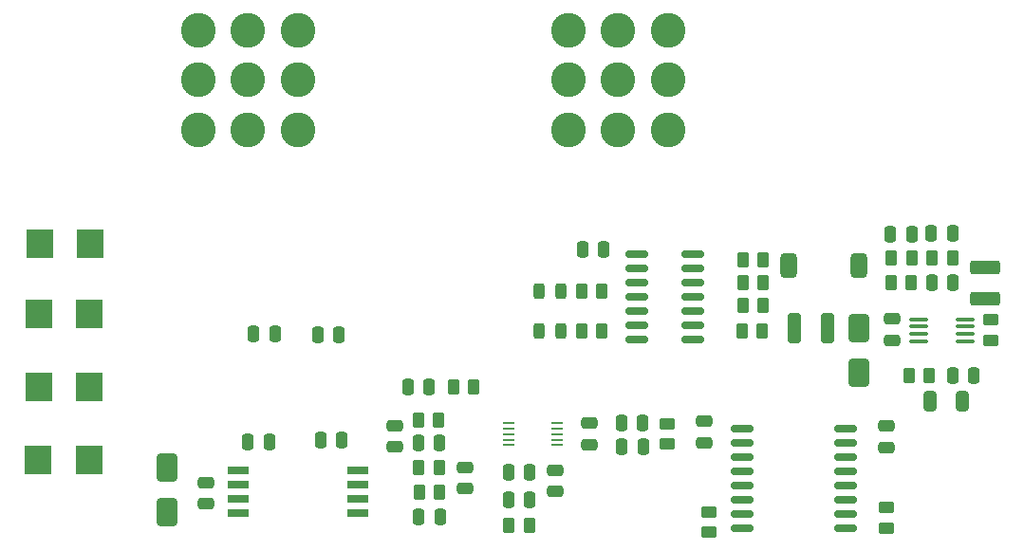
<source format=gbr>
%TF.GenerationSoftware,KiCad,Pcbnew,8.0.3*%
%TF.CreationDate,2024-10-20T11:10:21+02:00*%
%TF.ProjectId,diyBMS_CurrentVoltage_ADS1115,64697942-4d53-45f4-9375-7272656e7456,rev?*%
%TF.SameCoordinates,Original*%
%TF.FileFunction,Paste,Top*%
%TF.FilePolarity,Positive*%
%FSLAX46Y46*%
G04 Gerber Fmt 4.6, Leading zero omitted, Abs format (unit mm)*
G04 Created by KiCad (PCBNEW 8.0.3) date 2024-10-20 11:10:21*
%MOMM*%
%LPD*%
G01*
G04 APERTURE LIST*
G04 Aperture macros list*
%AMRoundRect*
0 Rectangle with rounded corners*
0 $1 Rounding radius*
0 $2 $3 $4 $5 $6 $7 $8 $9 X,Y pos of 4 corners*
0 Add a 4 corners polygon primitive as box body*
4,1,4,$2,$3,$4,$5,$6,$7,$8,$9,$2,$3,0*
0 Add four circle primitives for the rounded corners*
1,1,$1+$1,$2,$3*
1,1,$1+$1,$4,$5*
1,1,$1+$1,$6,$7*
1,1,$1+$1,$8,$9*
0 Add four rect primitives between the rounded corners*
20,1,$1+$1,$2,$3,$4,$5,0*
20,1,$1+$1,$4,$5,$6,$7,0*
20,1,$1+$1,$6,$7,$8,$9,0*
20,1,$1+$1,$8,$9,$2,$3,0*%
G04 Aperture macros list end*
%ADD10R,2.484000X2.600000*%
%ADD11RoundRect,0.150000X-0.875000X-0.150000X0.875000X-0.150000X0.875000X0.150000X-0.875000X0.150000X0*%
%ADD12RoundRect,0.250000X-0.262500X-0.450000X0.262500X-0.450000X0.262500X0.450000X-0.262500X0.450000X0*%
%ADD13RoundRect,0.375000X0.375000X0.725000X-0.375000X0.725000X-0.375000X-0.725000X0.375000X-0.725000X0*%
%ADD14RoundRect,0.250000X-0.650000X1.000000X-0.650000X-1.000000X0.650000X-1.000000X0.650000X1.000000X0*%
%ADD15RoundRect,0.250000X0.250000X0.475000X-0.250000X0.475000X-0.250000X-0.475000X0.250000X-0.475000X0*%
%ADD16RoundRect,0.250000X0.475000X-0.250000X0.475000X0.250000X-0.475000X0.250000X-0.475000X-0.250000X0*%
%ADD17C,3.100000*%
%ADD18RoundRect,0.250000X-0.250000X-0.475000X0.250000X-0.475000X0.250000X0.475000X-0.250000X0.475000X0*%
%ADD19RoundRect,0.250000X-0.475000X0.250000X-0.475000X-0.250000X0.475000X-0.250000X0.475000X0.250000X0*%
%ADD20RoundRect,0.250000X0.325000X1.100000X-0.325000X1.100000X-0.325000X-1.100000X0.325000X-1.100000X0*%
%ADD21RoundRect,0.250000X0.262500X0.450000X-0.262500X0.450000X-0.262500X-0.450000X0.262500X-0.450000X0*%
%ADD22RoundRect,0.250000X0.325000X0.650000X-0.325000X0.650000X-0.325000X-0.650000X0.325000X-0.650000X0*%
%ADD23R,1.905000X0.640000*%
%ADD24R,1.100000X0.250000*%
%ADD25RoundRect,0.243750X-0.243750X-0.456250X0.243750X-0.456250X0.243750X0.456250X-0.243750X0.456250X0*%
%ADD26RoundRect,0.250000X0.450000X-0.262500X0.450000X0.262500X-0.450000X0.262500X-0.450000X-0.262500X0*%
%ADD27RoundRect,0.150000X-0.825000X-0.150000X0.825000X-0.150000X0.825000X0.150000X-0.825000X0.150000X0*%
%ADD28RoundRect,0.250000X-0.450000X0.262500X-0.450000X-0.262500X0.450000X-0.262500X0.450000X0.262500X0*%
%ADD29RoundRect,0.250000X1.075000X-0.375000X1.075000X0.375000X-1.075000X0.375000X-1.075000X-0.375000X0*%
%ADD30RoundRect,0.100000X-0.712500X-0.100000X0.712500X-0.100000X0.712500X0.100000X-0.712500X0.100000X0*%
G04 APERTURE END LIST*
D10*
%TO.C,R5*%
X93296800Y-95986600D03*
X97812800Y-95986600D03*
%TD*%
D11*
%TO.C,U5*%
X156005000Y-99745800D03*
X156005000Y-101015800D03*
X156005000Y-102285800D03*
X156005000Y-103555800D03*
X156005000Y-104825800D03*
X156005000Y-106095800D03*
X156005000Y-107365800D03*
X156005000Y-108635800D03*
X165305000Y-108635800D03*
X165305000Y-107365800D03*
X165305000Y-106095800D03*
X165305000Y-104825800D03*
X165305000Y-103555800D03*
X165305000Y-102285800D03*
X165305000Y-101015800D03*
X165305000Y-99745800D03*
%TD*%
D12*
%TO.C,R24*%
X172991100Y-84505800D03*
X174816100Y-84505800D03*
%TD*%
D13*
%TO.C,L1*%
X166472000Y-85127500D03*
X160172000Y-85127500D03*
%TD*%
D14*
%TO.C,D4*%
X166475500Y-90771000D03*
X166475500Y-94771000D03*
%TD*%
D15*
%TO.C,C21*%
X174853600Y-86664800D03*
X172953600Y-86664800D03*
%TD*%
%TO.C,C16*%
X147197000Y-101346000D03*
X145297000Y-101346000D03*
%TD*%
D16*
%TO.C,C3*%
X125018800Y-101346000D03*
X125018800Y-99446000D03*
%TD*%
D15*
%TO.C,C23*%
X174813000Y-82296000D03*
X172913000Y-82296000D03*
%TD*%
D17*
%TO.C,J5*%
X116372800Y-64164400D03*
X111937800Y-64164400D03*
X107502800Y-64164400D03*
X116372800Y-68599400D03*
X111937800Y-68599400D03*
X107502800Y-68599400D03*
X116372800Y-73034400D03*
X111937800Y-73034400D03*
X107502800Y-73034400D03*
%TD*%
D16*
%TO.C,C10*%
X168910000Y-101407000D03*
X168910000Y-99507000D03*
%TD*%
D18*
%TO.C,C8*%
X118409700Y-100766900D03*
X120309700Y-100766900D03*
%TD*%
D19*
%TO.C,C6*%
X108229400Y-104510800D03*
X108229400Y-106410800D03*
%TD*%
D10*
%TO.C,R3*%
X93347600Y-83185000D03*
X97863600Y-83185000D03*
%TD*%
D19*
%TO.C,C9*%
X152654000Y-99075200D03*
X152654000Y-100975200D03*
%TD*%
D18*
%TO.C,C5*%
X145288000Y-99187000D03*
X147188000Y-99187000D03*
%TD*%
%TO.C,C13*%
X127132000Y-101031000D03*
X129032000Y-101031000D03*
%TD*%
%TO.C,C11*%
X126227800Y-96037400D03*
X128127800Y-96037400D03*
%TD*%
D12*
%TO.C,R8*%
X127220300Y-105399800D03*
X129045300Y-105399800D03*
%TD*%
D20*
%TO.C,C25*%
X163632500Y-90739000D03*
X160682500Y-90739000D03*
%TD*%
D15*
%TO.C,C18*%
X137070500Y-106045000D03*
X135170500Y-106045000D03*
%TD*%
D14*
%TO.C,D1*%
X104698800Y-103181400D03*
X104698800Y-107181400D03*
%TD*%
D18*
%TO.C,C1*%
X112461000Y-91262200D03*
X114361000Y-91262200D03*
%TD*%
D21*
%TO.C,R17*%
X132103500Y-96012000D03*
X130278500Y-96012000D03*
%TD*%
D15*
%TO.C,C20*%
X176718000Y-94996000D03*
X174818000Y-94996000D03*
%TD*%
D10*
%TO.C,R4*%
X97812800Y-89509600D03*
X93296800Y-89509600D03*
%TD*%
D18*
%TO.C,C4*%
X118150600Y-91313000D03*
X120050600Y-91313000D03*
%TD*%
D12*
%TO.C,R23*%
X169335600Y-84505800D03*
X171160600Y-84505800D03*
%TD*%
D15*
%TO.C,C14*%
X129108200Y-107635000D03*
X127208200Y-107635000D03*
%TD*%
D21*
%TO.C,R14*%
X157833700Y-91031700D03*
X156008700Y-91031700D03*
%TD*%
D12*
%TO.C,R21*%
X170918500Y-94996000D03*
X172743500Y-94996000D03*
%TD*%
D22*
%TO.C,C19*%
X175719000Y-97282000D03*
X172769000Y-97282000D03*
%TD*%
D12*
%TO.C,R9*%
X156108024Y-88747048D03*
X157933024Y-88747048D03*
%TD*%
%TO.C,R12*%
X141712100Y-91008200D03*
X143537100Y-91008200D03*
%TD*%
%TO.C,R13*%
X141714000Y-87426800D03*
X143539000Y-87426800D03*
%TD*%
D21*
%TO.C,R18*%
X128952000Y-98933000D03*
X127127000Y-98933000D03*
%TD*%
D16*
%TO.C,C26*%
X139319000Y-105344000D03*
X139319000Y-103444000D03*
%TD*%
D23*
%TO.C,U1*%
X111077700Y-103433900D03*
X111077700Y-104703900D03*
X111077700Y-105973900D03*
X111077700Y-107243900D03*
X121772700Y-107243900D03*
X121772700Y-105973900D03*
X121772700Y-104703900D03*
X121772700Y-103433900D03*
%TD*%
D24*
%TO.C,U2*%
X135191400Y-99203000D03*
X135191400Y-99703000D03*
X135191400Y-100203000D03*
X135191400Y-100703000D03*
X135191400Y-101203000D03*
X139491400Y-101203000D03*
X139491400Y-100703000D03*
X139491400Y-100203000D03*
X139491400Y-99703000D03*
X139491400Y-99203000D03*
%TD*%
D21*
%TO.C,R10*%
X157933024Y-84683048D03*
X156108024Y-84683048D03*
%TD*%
D25*
%TO.C,D2*%
X137955200Y-90984148D03*
X139830200Y-90984148D03*
%TD*%
D12*
%TO.C,R7*%
X127193000Y-103190000D03*
X129018000Y-103190000D03*
%TD*%
D10*
%TO.C,R6*%
X97762000Y-102539800D03*
X93246000Y-102539800D03*
%TD*%
D15*
%TO.C,C7*%
X143676200Y-83718400D03*
X141776200Y-83718400D03*
%TD*%
D26*
%TO.C,R15*%
X153111200Y-108964100D03*
X153111200Y-107139100D03*
%TD*%
D16*
%TO.C,C15*%
X131318000Y-105090000D03*
X131318000Y-103190000D03*
%TD*%
D18*
%TO.C,C2*%
X111932700Y-100893900D03*
X113832700Y-100893900D03*
%TD*%
D27*
%TO.C,U4*%
X146648024Y-84124800D03*
X146648024Y-85394800D03*
X146648024Y-86664800D03*
X146648024Y-87934800D03*
X146648024Y-89204800D03*
X146648024Y-90474800D03*
X146648024Y-91744800D03*
X151598024Y-91744800D03*
X151598024Y-90474800D03*
X151598024Y-89204800D03*
X151598024Y-87934800D03*
X151598024Y-86664800D03*
X151598024Y-85394800D03*
X151598024Y-84124800D03*
%TD*%
D21*
%TO.C,R11*%
X157933024Y-86715048D03*
X156108024Y-86715048D03*
%TD*%
D28*
%TO.C,R16*%
X168910000Y-106783500D03*
X168910000Y-108608500D03*
%TD*%
D12*
%TO.C,R1*%
X135208000Y-108331000D03*
X137033000Y-108331000D03*
%TD*%
D26*
%TO.C,R2*%
X149352000Y-101115500D03*
X149352000Y-99290500D03*
%TD*%
D29*
%TO.C,F1*%
X177673000Y-88141000D03*
X177673000Y-85341000D03*
%TD*%
D30*
%TO.C,U6*%
X171750500Y-89957000D03*
X171750500Y-90607000D03*
X171750500Y-91257000D03*
X171750500Y-91907000D03*
X175975500Y-91907000D03*
X175975500Y-91257000D03*
X175975500Y-90607000D03*
X175975500Y-89957000D03*
%TD*%
D25*
%TO.C,D3*%
X137955200Y-87428148D03*
X139830200Y-87428148D03*
%TD*%
D26*
%TO.C,R20*%
X178181000Y-91844500D03*
X178181000Y-90019500D03*
%TD*%
D17*
%TO.C,J4*%
X149402800Y-64164400D03*
X144967800Y-64164400D03*
X140532800Y-64164400D03*
X149402800Y-68599400D03*
X144967800Y-68599400D03*
X140532800Y-68599400D03*
X149402800Y-73034400D03*
X144967800Y-73034400D03*
X140532800Y-73034400D03*
%TD*%
D18*
%TO.C,C24*%
X169276600Y-82344800D03*
X171176600Y-82344800D03*
%TD*%
D16*
%TO.C,C22*%
X169396500Y-91816000D03*
X169396500Y-89916000D03*
%TD*%
D12*
%TO.C,R22*%
X169314100Y-86662800D03*
X171139100Y-86662800D03*
%TD*%
D16*
%TO.C,C12*%
X142367000Y-101153000D03*
X142367000Y-99253000D03*
%TD*%
D15*
%TO.C,C17*%
X137070500Y-103657400D03*
X135170500Y-103657400D03*
%TD*%
M02*

</source>
